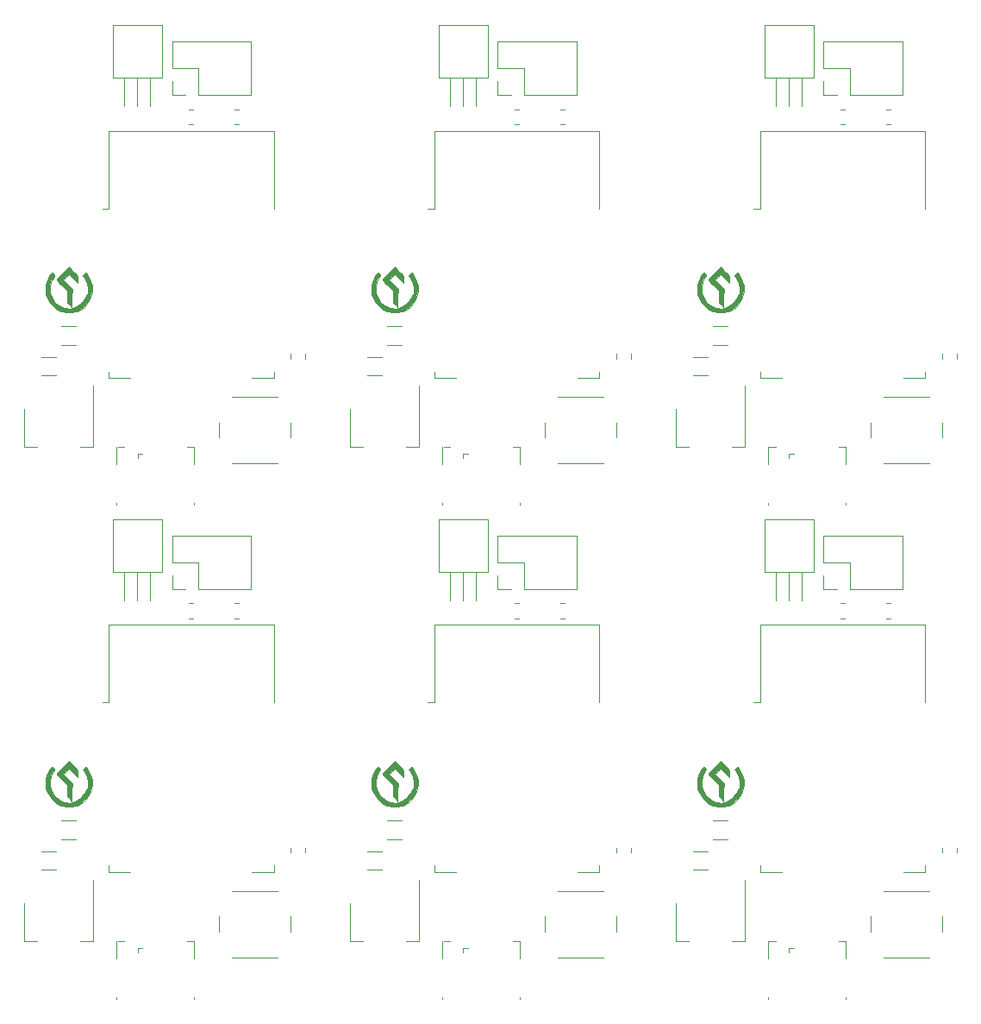
<source format=gbr>
G04 #@! TF.GenerationSoftware,KiCad,Pcbnew,(5.1.9)-1*
G04 #@! TF.CreationDate,2021-03-20T12:11:52+01:00*
G04 #@! TF.ProjectId,IM350,494d3335-302e-46b6-9963-61645f706362,rev?*
G04 #@! TF.SameCoordinates,Original*
G04 #@! TF.FileFunction,Legend,Top*
G04 #@! TF.FilePolarity,Positive*
%FSLAX46Y46*%
G04 Gerber Fmt 4.6, Leading zero omitted, Abs format (unit mm)*
G04 Created by KiCad (PCBNEW (5.1.9)-1) date 2021-03-20 12:11:52*
%MOMM*%
%LPD*%
G01*
G04 APERTURE LIST*
%ADD10C,0.120000*%
%ADD11C,0.010000*%
G04 APERTURE END LIST*
D10*
X76370000Y-45330000D02*
X76370000Y-40130000D01*
X71230000Y-45330000D02*
X76370000Y-45330000D01*
X68630000Y-40130000D02*
X76370000Y-40130000D01*
X71230000Y-45330000D02*
X71230000Y-42730000D01*
X71230000Y-42730000D02*
X68630000Y-42730000D01*
X68630000Y-42730000D02*
X68630000Y-40130000D01*
X69960000Y-45330000D02*
X68630000Y-45330000D01*
X68630000Y-45330000D02*
X68630000Y-44000000D01*
X76370000Y-93830000D02*
X76370000Y-88630000D01*
X71230000Y-93830000D02*
X76370000Y-93830000D01*
X68630000Y-88630000D02*
X76370000Y-88630000D01*
X71230000Y-93830000D02*
X71230000Y-91230000D01*
X71230000Y-91230000D02*
X68630000Y-91230000D01*
X68630000Y-91230000D02*
X68630000Y-88630000D01*
X69960000Y-93830000D02*
X68630000Y-93830000D01*
X68630000Y-93830000D02*
X68630000Y-92500000D01*
X108370000Y-93830000D02*
X108370000Y-88630000D01*
X103230000Y-93830000D02*
X108370000Y-93830000D01*
X100630000Y-88630000D02*
X108370000Y-88630000D01*
X103230000Y-93830000D02*
X103230000Y-91230000D01*
X103230000Y-91230000D02*
X100630000Y-91230000D01*
X100630000Y-91230000D02*
X100630000Y-88630000D01*
X101960000Y-93830000D02*
X100630000Y-93830000D01*
X100630000Y-93830000D02*
X100630000Y-92500000D01*
X108370000Y-45330000D02*
X108370000Y-40130000D01*
X103230000Y-45330000D02*
X108370000Y-45330000D01*
X100630000Y-40130000D02*
X108370000Y-40130000D01*
X103230000Y-45330000D02*
X103230000Y-42730000D01*
X103230000Y-42730000D02*
X100630000Y-42730000D01*
X100630000Y-42730000D02*
X100630000Y-40130000D01*
X101960000Y-45330000D02*
X100630000Y-45330000D01*
X100630000Y-45330000D02*
X100630000Y-44000000D01*
X140370000Y-45330000D02*
X140370000Y-40130000D01*
X135230000Y-45330000D02*
X140370000Y-45330000D01*
X132630000Y-40130000D02*
X140370000Y-40130000D01*
X135230000Y-45330000D02*
X135230000Y-42730000D01*
X135230000Y-42730000D02*
X132630000Y-42730000D01*
X132630000Y-42730000D02*
X132630000Y-40130000D01*
X133960000Y-45330000D02*
X132630000Y-45330000D01*
X132630000Y-45330000D02*
X132630000Y-44000000D01*
X140370000Y-93830000D02*
X140370000Y-88630000D01*
X135230000Y-93830000D02*
X140370000Y-93830000D01*
X132630000Y-88630000D02*
X140370000Y-88630000D01*
X135230000Y-93830000D02*
X135230000Y-91230000D01*
X135230000Y-91230000D02*
X132630000Y-91230000D01*
X132630000Y-91230000D02*
X132630000Y-88630000D01*
X133960000Y-93830000D02*
X132630000Y-93830000D01*
X132630000Y-93830000D02*
X132630000Y-92500000D01*
X123211252Y-69910000D02*
X121788748Y-69910000D01*
X123211252Y-68090000D02*
X121788748Y-68090000D01*
X121211252Y-72910000D02*
X119788748Y-72910000D01*
X121211252Y-71090000D02*
X119788748Y-71090000D01*
X145735000Y-119727064D02*
X145735000Y-119272936D01*
X144265000Y-119727064D02*
X144265000Y-119272936D01*
X134727064Y-95265000D02*
X134272936Y-95265000D01*
X134727064Y-96735000D02*
X134272936Y-96735000D01*
X139227064Y-95265000D02*
X138772936Y-95265000D01*
X139227064Y-96735000D02*
X138772936Y-96735000D01*
D11*
G36*
X122936196Y-111174013D02*
G01*
X123160220Y-111403331D01*
X123291224Y-111570323D01*
X123353769Y-111719324D01*
X123372417Y-111894669D01*
X123373125Y-111962702D01*
X123373125Y-112319889D01*
X122937360Y-111889538D01*
X122501596Y-111459186D01*
X122221989Y-111730191D01*
X121942383Y-112001196D01*
X122822975Y-112891074D01*
X122800394Y-113784464D01*
X122777812Y-114677854D01*
X122559531Y-114449740D01*
X122442035Y-114309741D01*
X122376152Y-114164760D01*
X122347390Y-113962900D01*
X122341250Y-113668051D01*
X122341250Y-113114476D01*
X121825312Y-112603125D01*
X121597954Y-112369174D01*
X121421741Y-112171455D01*
X121322306Y-112039529D01*
X121309375Y-112008118D01*
X121362618Y-111920739D01*
X121506516Y-111750222D01*
X121717326Y-111523493D01*
X121904321Y-111333488D01*
X122499268Y-110742513D01*
X122936196Y-111174013D01*
G37*
X122936196Y-111174013D02*
X123160220Y-111403331D01*
X123291224Y-111570323D01*
X123353769Y-111719324D01*
X123372417Y-111894669D01*
X123373125Y-111962702D01*
X123373125Y-112319889D01*
X122937360Y-111889538D01*
X122501596Y-111459186D01*
X122221989Y-111730191D01*
X121942383Y-112001196D01*
X122822975Y-112891074D01*
X122800394Y-113784464D01*
X122777812Y-114677854D01*
X122559531Y-114449740D01*
X122442035Y-114309741D01*
X122376152Y-114164760D01*
X122347390Y-113962900D01*
X122341250Y-113668051D01*
X122341250Y-113114476D01*
X121825312Y-112603125D01*
X121597954Y-112369174D01*
X121421741Y-112171455D01*
X121322306Y-112039529D01*
X121309375Y-112008118D01*
X121362618Y-111920739D01*
X121506516Y-111750222D01*
X121717326Y-111523493D01*
X121904321Y-111333488D01*
X122499268Y-110742513D01*
X122936196Y-111174013D01*
G36*
X120993314Y-111374117D02*
G01*
X120996666Y-111377148D01*
X121101276Y-111494777D01*
X121087044Y-111599718D01*
X121030272Y-111683626D01*
X120746130Y-112184288D01*
X120613038Y-112699670D01*
X120629888Y-113211618D01*
X120795571Y-113701978D01*
X121108979Y-114152595D01*
X121185918Y-114233002D01*
X121635502Y-114586300D01*
X122110838Y-114785985D01*
X122597619Y-114832058D01*
X123081538Y-114724518D01*
X123548286Y-114463366D01*
X123814081Y-114233002D01*
X124155709Y-113792086D01*
X124349824Y-113307945D01*
X124395319Y-112798732D01*
X124291085Y-112282601D01*
X124036013Y-111777707D01*
X123969727Y-111683626D01*
X123892661Y-111550060D01*
X123929417Y-111449592D01*
X124003333Y-111377148D01*
X124095643Y-111305108D01*
X124169653Y-111306372D01*
X124258787Y-111401304D01*
X124396469Y-111610272D01*
X124403109Y-111620739D01*
X124654504Y-112105894D01*
X124775576Y-112587027D01*
X124781585Y-113121397D01*
X124659228Y-113698000D01*
X124396881Y-114216996D01*
X124009151Y-114656847D01*
X123510647Y-114996013D01*
X123509923Y-114996385D01*
X123157971Y-115119791D01*
X122726438Y-115189529D01*
X122281015Y-115201228D01*
X121887393Y-115150515D01*
X121761652Y-115112708D01*
X121222436Y-114834626D01*
X120782005Y-114449179D01*
X120455383Y-113977102D01*
X120257593Y-113439127D01*
X120202051Y-112960312D01*
X120239783Y-112469530D01*
X120374933Y-112030029D01*
X120597854Y-111619219D01*
X120737716Y-111406070D01*
X120827885Y-111307742D01*
X120901904Y-111303878D01*
X120993314Y-111374117D01*
G37*
X120993314Y-111374117D02*
X120996666Y-111377148D01*
X121101276Y-111494777D01*
X121087044Y-111599718D01*
X121030272Y-111683626D01*
X120746130Y-112184288D01*
X120613038Y-112699670D01*
X120629888Y-113211618D01*
X120795571Y-113701978D01*
X121108979Y-114152595D01*
X121185918Y-114233002D01*
X121635502Y-114586300D01*
X122110838Y-114785985D01*
X122597619Y-114832058D01*
X123081538Y-114724518D01*
X123548286Y-114463366D01*
X123814081Y-114233002D01*
X124155709Y-113792086D01*
X124349824Y-113307945D01*
X124395319Y-112798732D01*
X124291085Y-112282601D01*
X124036013Y-111777707D01*
X123969727Y-111683626D01*
X123892661Y-111550060D01*
X123929417Y-111449592D01*
X124003333Y-111377148D01*
X124095643Y-111305108D01*
X124169653Y-111306372D01*
X124258787Y-111401304D01*
X124396469Y-111610272D01*
X124403109Y-111620739D01*
X124654504Y-112105894D01*
X124775576Y-112587027D01*
X124781585Y-113121397D01*
X124659228Y-113698000D01*
X124396881Y-114216996D01*
X124009151Y-114656847D01*
X123510647Y-114996013D01*
X123509923Y-114996385D01*
X123157971Y-115119791D01*
X122726438Y-115189529D01*
X122281015Y-115201228D01*
X121887393Y-115150515D01*
X121761652Y-115112708D01*
X121222436Y-114834626D01*
X120782005Y-114449179D01*
X120455383Y-113977102D01*
X120257593Y-113439127D01*
X120202051Y-112960312D01*
X120239783Y-112469530D01*
X120374933Y-112030029D01*
X120597854Y-111619219D01*
X120737716Y-111406070D01*
X120827885Y-111307742D01*
X120901904Y-111303878D01*
X120993314Y-111374117D01*
D10*
X144250000Y-127500000D02*
X144250000Y-126000000D01*
X143000000Y-123500000D02*
X138500000Y-123500000D01*
X137250000Y-126000000D02*
X137250000Y-127500000D01*
X138500000Y-130000000D02*
X143000000Y-130000000D01*
X130500000Y-46480000D02*
X130500000Y-43690000D01*
X129230000Y-46480000D02*
X129230000Y-43690000D01*
X127960000Y-46480000D02*
X127960000Y-43690000D01*
X131630000Y-43690000D02*
X126830000Y-43690000D01*
X126830000Y-43690000D02*
X126830000Y-38500000D01*
X126830000Y-38500000D02*
X131630000Y-38500000D01*
X131630000Y-38500000D02*
X131630000Y-43690000D01*
X129240000Y-80590000D02*
X129240000Y-80980000D01*
X129240000Y-80590000D02*
X129690000Y-80590000D01*
X134775000Y-79900000D02*
X134125000Y-79900000D01*
X134810000Y-81630000D02*
X134810000Y-79900000D01*
X127190000Y-85590000D02*
X127190000Y-85380000D01*
X134810000Y-85590000D02*
X134810000Y-85380000D01*
X127190000Y-81630000D02*
X127190000Y-79900000D01*
X127300000Y-79900000D02*
X127960000Y-79900000D01*
X124910000Y-122400000D02*
X124910000Y-128410000D01*
X118090000Y-124650000D02*
X118090000Y-128410000D01*
X124910000Y-128410000D02*
X123650000Y-128410000D01*
X118090000Y-128410000D02*
X119350000Y-128410000D01*
X123211252Y-116590000D02*
X121788748Y-116590000D01*
X123211252Y-118410000D02*
X121788748Y-118410000D01*
X127300000Y-128400000D02*
X127960000Y-128400000D01*
X127190000Y-130130000D02*
X127190000Y-128400000D01*
X134810000Y-134090000D02*
X134810000Y-133880000D01*
X127190000Y-134090000D02*
X127190000Y-133880000D01*
X134810000Y-130130000D02*
X134810000Y-128400000D01*
X134775000Y-128400000D02*
X134125000Y-128400000D01*
X129240000Y-129090000D02*
X129690000Y-129090000D01*
X129240000Y-129090000D02*
X129240000Y-129480000D01*
X131630000Y-87000000D02*
X131630000Y-92190000D01*
X126830000Y-87000000D02*
X131630000Y-87000000D01*
X126830000Y-92190000D02*
X126830000Y-87000000D01*
X131630000Y-92190000D02*
X126830000Y-92190000D01*
X127960000Y-94980000D02*
X127960000Y-92190000D01*
X129230000Y-94980000D02*
X129230000Y-92190000D01*
X130500000Y-94980000D02*
X130500000Y-92190000D01*
X134727064Y-48235000D02*
X134272936Y-48235000D01*
X134727064Y-46765000D02*
X134272936Y-46765000D01*
X121211252Y-119590000D02*
X119788748Y-119590000D01*
X121211252Y-121410000D02*
X119788748Y-121410000D01*
X144265000Y-71227064D02*
X144265000Y-70772936D01*
X145735000Y-71227064D02*
X145735000Y-70772936D01*
X118090000Y-79910000D02*
X119350000Y-79910000D01*
X124910000Y-79910000D02*
X123650000Y-79910000D01*
X118090000Y-76150000D02*
X118090000Y-79910000D01*
X124910000Y-73900000D02*
X124910000Y-79910000D01*
X126380000Y-48880000D02*
X142620000Y-48880000D01*
X142620000Y-48880000D02*
X142620000Y-56500000D01*
X142620000Y-72500000D02*
X142620000Y-73120000D01*
X142620000Y-73120000D02*
X140500000Y-73120000D01*
X128500000Y-73120000D02*
X126380000Y-73120000D01*
X126380000Y-73120000D02*
X126380000Y-72500000D01*
X126380000Y-56500000D02*
X126380000Y-48880000D01*
X126380000Y-56500000D02*
X125770000Y-56500000D01*
D11*
G36*
X120993314Y-62874117D02*
G01*
X120996666Y-62877148D01*
X121101276Y-62994777D01*
X121087044Y-63099718D01*
X121030272Y-63183626D01*
X120746130Y-63684288D01*
X120613038Y-64199670D01*
X120629888Y-64711618D01*
X120795571Y-65201978D01*
X121108979Y-65652595D01*
X121185918Y-65733002D01*
X121635502Y-66086300D01*
X122110838Y-66285985D01*
X122597619Y-66332058D01*
X123081538Y-66224518D01*
X123548286Y-65963366D01*
X123814081Y-65733002D01*
X124155709Y-65292086D01*
X124349824Y-64807945D01*
X124395319Y-64298732D01*
X124291085Y-63782601D01*
X124036013Y-63277707D01*
X123969727Y-63183626D01*
X123892661Y-63050060D01*
X123929417Y-62949592D01*
X124003333Y-62877148D01*
X124095643Y-62805108D01*
X124169653Y-62806372D01*
X124258787Y-62901304D01*
X124396469Y-63110272D01*
X124403109Y-63120739D01*
X124654504Y-63605894D01*
X124775576Y-64087027D01*
X124781585Y-64621397D01*
X124659228Y-65198000D01*
X124396881Y-65716996D01*
X124009151Y-66156847D01*
X123510647Y-66496013D01*
X123509923Y-66496385D01*
X123157971Y-66619791D01*
X122726438Y-66689529D01*
X122281015Y-66701228D01*
X121887393Y-66650515D01*
X121761652Y-66612708D01*
X121222436Y-66334626D01*
X120782005Y-65949179D01*
X120455383Y-65477102D01*
X120257593Y-64939127D01*
X120202051Y-64460312D01*
X120239783Y-63969530D01*
X120374933Y-63530029D01*
X120597854Y-63119219D01*
X120737716Y-62906070D01*
X120827885Y-62807742D01*
X120901904Y-62803878D01*
X120993314Y-62874117D01*
G37*
X120993314Y-62874117D02*
X120996666Y-62877148D01*
X121101276Y-62994777D01*
X121087044Y-63099718D01*
X121030272Y-63183626D01*
X120746130Y-63684288D01*
X120613038Y-64199670D01*
X120629888Y-64711618D01*
X120795571Y-65201978D01*
X121108979Y-65652595D01*
X121185918Y-65733002D01*
X121635502Y-66086300D01*
X122110838Y-66285985D01*
X122597619Y-66332058D01*
X123081538Y-66224518D01*
X123548286Y-65963366D01*
X123814081Y-65733002D01*
X124155709Y-65292086D01*
X124349824Y-64807945D01*
X124395319Y-64298732D01*
X124291085Y-63782601D01*
X124036013Y-63277707D01*
X123969727Y-63183626D01*
X123892661Y-63050060D01*
X123929417Y-62949592D01*
X124003333Y-62877148D01*
X124095643Y-62805108D01*
X124169653Y-62806372D01*
X124258787Y-62901304D01*
X124396469Y-63110272D01*
X124403109Y-63120739D01*
X124654504Y-63605894D01*
X124775576Y-64087027D01*
X124781585Y-64621397D01*
X124659228Y-65198000D01*
X124396881Y-65716996D01*
X124009151Y-66156847D01*
X123510647Y-66496013D01*
X123509923Y-66496385D01*
X123157971Y-66619791D01*
X122726438Y-66689529D01*
X122281015Y-66701228D01*
X121887393Y-66650515D01*
X121761652Y-66612708D01*
X121222436Y-66334626D01*
X120782005Y-65949179D01*
X120455383Y-65477102D01*
X120257593Y-64939127D01*
X120202051Y-64460312D01*
X120239783Y-63969530D01*
X120374933Y-63530029D01*
X120597854Y-63119219D01*
X120737716Y-62906070D01*
X120827885Y-62807742D01*
X120901904Y-62803878D01*
X120993314Y-62874117D01*
G36*
X122936196Y-62674013D02*
G01*
X123160220Y-62903331D01*
X123291224Y-63070323D01*
X123353769Y-63219324D01*
X123372417Y-63394669D01*
X123373125Y-63462702D01*
X123373125Y-63819889D01*
X122937360Y-63389538D01*
X122501596Y-62959186D01*
X122221989Y-63230191D01*
X121942383Y-63501196D01*
X122822975Y-64391074D01*
X122800394Y-65284464D01*
X122777812Y-66177854D01*
X122559531Y-65949740D01*
X122442035Y-65809741D01*
X122376152Y-65664760D01*
X122347390Y-65462900D01*
X122341250Y-65168051D01*
X122341250Y-64614476D01*
X121825312Y-64103125D01*
X121597954Y-63869174D01*
X121421741Y-63671455D01*
X121322306Y-63539529D01*
X121309375Y-63508118D01*
X121362618Y-63420739D01*
X121506516Y-63250222D01*
X121717326Y-63023493D01*
X121904321Y-62833488D01*
X122499268Y-62242513D01*
X122936196Y-62674013D01*
G37*
X122936196Y-62674013D02*
X123160220Y-62903331D01*
X123291224Y-63070323D01*
X123353769Y-63219324D01*
X123372417Y-63394669D01*
X123373125Y-63462702D01*
X123373125Y-63819889D01*
X122937360Y-63389538D01*
X122501596Y-62959186D01*
X122221989Y-63230191D01*
X121942383Y-63501196D01*
X122822975Y-64391074D01*
X122800394Y-65284464D01*
X122777812Y-66177854D01*
X122559531Y-65949740D01*
X122442035Y-65809741D01*
X122376152Y-65664760D01*
X122347390Y-65462900D01*
X122341250Y-65168051D01*
X122341250Y-64614476D01*
X121825312Y-64103125D01*
X121597954Y-63869174D01*
X121421741Y-63671455D01*
X121322306Y-63539529D01*
X121309375Y-63508118D01*
X121362618Y-63420739D01*
X121506516Y-63250222D01*
X121717326Y-63023493D01*
X121904321Y-62833488D01*
X122499268Y-62242513D01*
X122936196Y-62674013D01*
D10*
X138500000Y-81500000D02*
X143000000Y-81500000D01*
X137250000Y-77500000D02*
X137250000Y-79000000D01*
X143000000Y-75000000D02*
X138500000Y-75000000D01*
X144250000Y-79000000D02*
X144250000Y-77500000D01*
X126380000Y-105000000D02*
X125770000Y-105000000D01*
X126380000Y-105000000D02*
X126380000Y-97380000D01*
X126380000Y-121620000D02*
X126380000Y-121000000D01*
X128500000Y-121620000D02*
X126380000Y-121620000D01*
X142620000Y-121620000D02*
X140500000Y-121620000D01*
X142620000Y-121000000D02*
X142620000Y-121620000D01*
X142620000Y-97380000D02*
X142620000Y-105000000D01*
X126380000Y-97380000D02*
X142620000Y-97380000D01*
X139227064Y-48235000D02*
X138772936Y-48235000D01*
X139227064Y-46765000D02*
X138772936Y-46765000D01*
X91211252Y-68090000D02*
X89788748Y-68090000D01*
X91211252Y-69910000D02*
X89788748Y-69910000D01*
X89211252Y-71090000D02*
X87788748Y-71090000D01*
X89211252Y-72910000D02*
X87788748Y-72910000D01*
X112265000Y-119727064D02*
X112265000Y-119272936D01*
X113735000Y-119727064D02*
X113735000Y-119272936D01*
X102727064Y-96735000D02*
X102272936Y-96735000D01*
X102727064Y-95265000D02*
X102272936Y-95265000D01*
X107227064Y-96735000D02*
X106772936Y-96735000D01*
X107227064Y-95265000D02*
X106772936Y-95265000D01*
D11*
G36*
X88993314Y-111374117D02*
G01*
X88996666Y-111377148D01*
X89101276Y-111494777D01*
X89087044Y-111599718D01*
X89030272Y-111683626D01*
X88746130Y-112184288D01*
X88613038Y-112699670D01*
X88629888Y-113211618D01*
X88795571Y-113701978D01*
X89108979Y-114152595D01*
X89185918Y-114233002D01*
X89635502Y-114586300D01*
X90110838Y-114785985D01*
X90597619Y-114832058D01*
X91081538Y-114724518D01*
X91548286Y-114463366D01*
X91814081Y-114233002D01*
X92155709Y-113792086D01*
X92349824Y-113307945D01*
X92395319Y-112798732D01*
X92291085Y-112282601D01*
X92036013Y-111777707D01*
X91969727Y-111683626D01*
X91892661Y-111550060D01*
X91929417Y-111449592D01*
X92003333Y-111377148D01*
X92095643Y-111305108D01*
X92169653Y-111306372D01*
X92258787Y-111401304D01*
X92396469Y-111610272D01*
X92403109Y-111620739D01*
X92654504Y-112105894D01*
X92775576Y-112587027D01*
X92781585Y-113121397D01*
X92659228Y-113698000D01*
X92396881Y-114216996D01*
X92009151Y-114656847D01*
X91510647Y-114996013D01*
X91509923Y-114996385D01*
X91157971Y-115119791D01*
X90726438Y-115189529D01*
X90281015Y-115201228D01*
X89887393Y-115150515D01*
X89761652Y-115112708D01*
X89222436Y-114834626D01*
X88782005Y-114449179D01*
X88455383Y-113977102D01*
X88257593Y-113439127D01*
X88202051Y-112960312D01*
X88239783Y-112469530D01*
X88374933Y-112030029D01*
X88597854Y-111619219D01*
X88737716Y-111406070D01*
X88827885Y-111307742D01*
X88901904Y-111303878D01*
X88993314Y-111374117D01*
G37*
X88993314Y-111374117D02*
X88996666Y-111377148D01*
X89101276Y-111494777D01*
X89087044Y-111599718D01*
X89030272Y-111683626D01*
X88746130Y-112184288D01*
X88613038Y-112699670D01*
X88629888Y-113211618D01*
X88795571Y-113701978D01*
X89108979Y-114152595D01*
X89185918Y-114233002D01*
X89635502Y-114586300D01*
X90110838Y-114785985D01*
X90597619Y-114832058D01*
X91081538Y-114724518D01*
X91548286Y-114463366D01*
X91814081Y-114233002D01*
X92155709Y-113792086D01*
X92349824Y-113307945D01*
X92395319Y-112798732D01*
X92291085Y-112282601D01*
X92036013Y-111777707D01*
X91969727Y-111683626D01*
X91892661Y-111550060D01*
X91929417Y-111449592D01*
X92003333Y-111377148D01*
X92095643Y-111305108D01*
X92169653Y-111306372D01*
X92258787Y-111401304D01*
X92396469Y-111610272D01*
X92403109Y-111620739D01*
X92654504Y-112105894D01*
X92775576Y-112587027D01*
X92781585Y-113121397D01*
X92659228Y-113698000D01*
X92396881Y-114216996D01*
X92009151Y-114656847D01*
X91510647Y-114996013D01*
X91509923Y-114996385D01*
X91157971Y-115119791D01*
X90726438Y-115189529D01*
X90281015Y-115201228D01*
X89887393Y-115150515D01*
X89761652Y-115112708D01*
X89222436Y-114834626D01*
X88782005Y-114449179D01*
X88455383Y-113977102D01*
X88257593Y-113439127D01*
X88202051Y-112960312D01*
X88239783Y-112469530D01*
X88374933Y-112030029D01*
X88597854Y-111619219D01*
X88737716Y-111406070D01*
X88827885Y-111307742D01*
X88901904Y-111303878D01*
X88993314Y-111374117D01*
G36*
X90936196Y-111174013D02*
G01*
X91160220Y-111403331D01*
X91291224Y-111570323D01*
X91353769Y-111719324D01*
X91372417Y-111894669D01*
X91373125Y-111962702D01*
X91373125Y-112319889D01*
X90937360Y-111889538D01*
X90501596Y-111459186D01*
X90221989Y-111730191D01*
X89942383Y-112001196D01*
X90822975Y-112891074D01*
X90800394Y-113784464D01*
X90777812Y-114677854D01*
X90559531Y-114449740D01*
X90442035Y-114309741D01*
X90376152Y-114164760D01*
X90347390Y-113962900D01*
X90341250Y-113668051D01*
X90341250Y-113114476D01*
X89825312Y-112603125D01*
X89597954Y-112369174D01*
X89421741Y-112171455D01*
X89322306Y-112039529D01*
X89309375Y-112008118D01*
X89362618Y-111920739D01*
X89506516Y-111750222D01*
X89717326Y-111523493D01*
X89904321Y-111333488D01*
X90499268Y-110742513D01*
X90936196Y-111174013D01*
G37*
X90936196Y-111174013D02*
X91160220Y-111403331D01*
X91291224Y-111570323D01*
X91353769Y-111719324D01*
X91372417Y-111894669D01*
X91373125Y-111962702D01*
X91373125Y-112319889D01*
X90937360Y-111889538D01*
X90501596Y-111459186D01*
X90221989Y-111730191D01*
X89942383Y-112001196D01*
X90822975Y-112891074D01*
X90800394Y-113784464D01*
X90777812Y-114677854D01*
X90559531Y-114449740D01*
X90442035Y-114309741D01*
X90376152Y-114164760D01*
X90347390Y-113962900D01*
X90341250Y-113668051D01*
X90341250Y-113114476D01*
X89825312Y-112603125D01*
X89597954Y-112369174D01*
X89421741Y-112171455D01*
X89322306Y-112039529D01*
X89309375Y-112008118D01*
X89362618Y-111920739D01*
X89506516Y-111750222D01*
X89717326Y-111523493D01*
X89904321Y-111333488D01*
X90499268Y-110742513D01*
X90936196Y-111174013D01*
D10*
X106500000Y-130000000D02*
X111000000Y-130000000D01*
X105250000Y-126000000D02*
X105250000Y-127500000D01*
X111000000Y-123500000D02*
X106500000Y-123500000D01*
X112250000Y-127500000D02*
X112250000Y-126000000D01*
X99630000Y-38500000D02*
X99630000Y-43690000D01*
X94830000Y-38500000D02*
X99630000Y-38500000D01*
X94830000Y-43690000D02*
X94830000Y-38500000D01*
X99630000Y-43690000D02*
X94830000Y-43690000D01*
X95960000Y-46480000D02*
X95960000Y-43690000D01*
X97230000Y-46480000D02*
X97230000Y-43690000D01*
X98500000Y-46480000D02*
X98500000Y-43690000D01*
X95300000Y-79900000D02*
X95960000Y-79900000D01*
X95190000Y-81630000D02*
X95190000Y-79900000D01*
X102810000Y-85590000D02*
X102810000Y-85380000D01*
X95190000Y-85590000D02*
X95190000Y-85380000D01*
X102810000Y-81630000D02*
X102810000Y-79900000D01*
X102775000Y-79900000D02*
X102125000Y-79900000D01*
X97240000Y-80590000D02*
X97690000Y-80590000D01*
X97240000Y-80590000D02*
X97240000Y-80980000D01*
X86090000Y-128410000D02*
X87350000Y-128410000D01*
X92910000Y-128410000D02*
X91650000Y-128410000D01*
X86090000Y-124650000D02*
X86090000Y-128410000D01*
X92910000Y-122400000D02*
X92910000Y-128410000D01*
X94380000Y-97380000D02*
X110620000Y-97380000D01*
X110620000Y-97380000D02*
X110620000Y-105000000D01*
X110620000Y-121000000D02*
X110620000Y-121620000D01*
X110620000Y-121620000D02*
X108500000Y-121620000D01*
X96500000Y-121620000D02*
X94380000Y-121620000D01*
X94380000Y-121620000D02*
X94380000Y-121000000D01*
X94380000Y-105000000D02*
X94380000Y-97380000D01*
X94380000Y-105000000D02*
X93770000Y-105000000D01*
X91211252Y-118410000D02*
X89788748Y-118410000D01*
X91211252Y-116590000D02*
X89788748Y-116590000D01*
X98500000Y-94980000D02*
X98500000Y-92190000D01*
X97230000Y-94980000D02*
X97230000Y-92190000D01*
X95960000Y-94980000D02*
X95960000Y-92190000D01*
X99630000Y-92190000D02*
X94830000Y-92190000D01*
X94830000Y-92190000D02*
X94830000Y-87000000D01*
X94830000Y-87000000D02*
X99630000Y-87000000D01*
X99630000Y-87000000D02*
X99630000Y-92190000D01*
X97240000Y-129090000D02*
X97240000Y-129480000D01*
X97240000Y-129090000D02*
X97690000Y-129090000D01*
X102775000Y-128400000D02*
X102125000Y-128400000D01*
X102810000Y-130130000D02*
X102810000Y-128400000D01*
X95190000Y-134090000D02*
X95190000Y-133880000D01*
X102810000Y-134090000D02*
X102810000Y-133880000D01*
X95190000Y-130130000D02*
X95190000Y-128400000D01*
X95300000Y-128400000D02*
X95960000Y-128400000D01*
X89211252Y-121410000D02*
X87788748Y-121410000D01*
X89211252Y-119590000D02*
X87788748Y-119590000D01*
X113735000Y-71227064D02*
X113735000Y-70772936D01*
X112265000Y-71227064D02*
X112265000Y-70772936D01*
X102727064Y-46765000D02*
X102272936Y-46765000D01*
X102727064Y-48235000D02*
X102272936Y-48235000D01*
X107227064Y-46765000D02*
X106772936Y-46765000D01*
X107227064Y-48235000D02*
X106772936Y-48235000D01*
X92910000Y-73900000D02*
X92910000Y-79910000D01*
X86090000Y-76150000D02*
X86090000Y-79910000D01*
X92910000Y-79910000D02*
X91650000Y-79910000D01*
X86090000Y-79910000D02*
X87350000Y-79910000D01*
X94380000Y-56500000D02*
X93770000Y-56500000D01*
X94380000Y-56500000D02*
X94380000Y-48880000D01*
X94380000Y-73120000D02*
X94380000Y-72500000D01*
X96500000Y-73120000D02*
X94380000Y-73120000D01*
X110620000Y-73120000D02*
X108500000Y-73120000D01*
X110620000Y-72500000D02*
X110620000Y-73120000D01*
X110620000Y-48880000D02*
X110620000Y-56500000D01*
X94380000Y-48880000D02*
X110620000Y-48880000D01*
D11*
G36*
X90936196Y-62674013D02*
G01*
X91160220Y-62903331D01*
X91291224Y-63070323D01*
X91353769Y-63219324D01*
X91372417Y-63394669D01*
X91373125Y-63462702D01*
X91373125Y-63819889D01*
X90937360Y-63389538D01*
X90501596Y-62959186D01*
X90221989Y-63230191D01*
X89942383Y-63501196D01*
X90822975Y-64391074D01*
X90800394Y-65284464D01*
X90777812Y-66177854D01*
X90559531Y-65949740D01*
X90442035Y-65809741D01*
X90376152Y-65664760D01*
X90347390Y-65462900D01*
X90341250Y-65168051D01*
X90341250Y-64614476D01*
X89825312Y-64103125D01*
X89597954Y-63869174D01*
X89421741Y-63671455D01*
X89322306Y-63539529D01*
X89309375Y-63508118D01*
X89362618Y-63420739D01*
X89506516Y-63250222D01*
X89717326Y-63023493D01*
X89904321Y-62833488D01*
X90499268Y-62242513D01*
X90936196Y-62674013D01*
G37*
X90936196Y-62674013D02*
X91160220Y-62903331D01*
X91291224Y-63070323D01*
X91353769Y-63219324D01*
X91372417Y-63394669D01*
X91373125Y-63462702D01*
X91373125Y-63819889D01*
X90937360Y-63389538D01*
X90501596Y-62959186D01*
X90221989Y-63230191D01*
X89942383Y-63501196D01*
X90822975Y-64391074D01*
X90800394Y-65284464D01*
X90777812Y-66177854D01*
X90559531Y-65949740D01*
X90442035Y-65809741D01*
X90376152Y-65664760D01*
X90347390Y-65462900D01*
X90341250Y-65168051D01*
X90341250Y-64614476D01*
X89825312Y-64103125D01*
X89597954Y-63869174D01*
X89421741Y-63671455D01*
X89322306Y-63539529D01*
X89309375Y-63508118D01*
X89362618Y-63420739D01*
X89506516Y-63250222D01*
X89717326Y-63023493D01*
X89904321Y-62833488D01*
X90499268Y-62242513D01*
X90936196Y-62674013D01*
G36*
X88993314Y-62874117D02*
G01*
X88996666Y-62877148D01*
X89101276Y-62994777D01*
X89087044Y-63099718D01*
X89030272Y-63183626D01*
X88746130Y-63684288D01*
X88613038Y-64199670D01*
X88629888Y-64711618D01*
X88795571Y-65201978D01*
X89108979Y-65652595D01*
X89185918Y-65733002D01*
X89635502Y-66086300D01*
X90110838Y-66285985D01*
X90597619Y-66332058D01*
X91081538Y-66224518D01*
X91548286Y-65963366D01*
X91814081Y-65733002D01*
X92155709Y-65292086D01*
X92349824Y-64807945D01*
X92395319Y-64298732D01*
X92291085Y-63782601D01*
X92036013Y-63277707D01*
X91969727Y-63183626D01*
X91892661Y-63050060D01*
X91929417Y-62949592D01*
X92003333Y-62877148D01*
X92095643Y-62805108D01*
X92169653Y-62806372D01*
X92258787Y-62901304D01*
X92396469Y-63110272D01*
X92403109Y-63120739D01*
X92654504Y-63605894D01*
X92775576Y-64087027D01*
X92781585Y-64621397D01*
X92659228Y-65198000D01*
X92396881Y-65716996D01*
X92009151Y-66156847D01*
X91510647Y-66496013D01*
X91509923Y-66496385D01*
X91157971Y-66619791D01*
X90726438Y-66689529D01*
X90281015Y-66701228D01*
X89887393Y-66650515D01*
X89761652Y-66612708D01*
X89222436Y-66334626D01*
X88782005Y-65949179D01*
X88455383Y-65477102D01*
X88257593Y-64939127D01*
X88202051Y-64460312D01*
X88239783Y-63969530D01*
X88374933Y-63530029D01*
X88597854Y-63119219D01*
X88737716Y-62906070D01*
X88827885Y-62807742D01*
X88901904Y-62803878D01*
X88993314Y-62874117D01*
G37*
X88993314Y-62874117D02*
X88996666Y-62877148D01*
X89101276Y-62994777D01*
X89087044Y-63099718D01*
X89030272Y-63183626D01*
X88746130Y-63684288D01*
X88613038Y-64199670D01*
X88629888Y-64711618D01*
X88795571Y-65201978D01*
X89108979Y-65652595D01*
X89185918Y-65733002D01*
X89635502Y-66086300D01*
X90110838Y-66285985D01*
X90597619Y-66332058D01*
X91081538Y-66224518D01*
X91548286Y-65963366D01*
X91814081Y-65733002D01*
X92155709Y-65292086D01*
X92349824Y-64807945D01*
X92395319Y-64298732D01*
X92291085Y-63782601D01*
X92036013Y-63277707D01*
X91969727Y-63183626D01*
X91892661Y-63050060D01*
X91929417Y-62949592D01*
X92003333Y-62877148D01*
X92095643Y-62805108D01*
X92169653Y-62806372D01*
X92258787Y-62901304D01*
X92396469Y-63110272D01*
X92403109Y-63120739D01*
X92654504Y-63605894D01*
X92775576Y-64087027D01*
X92781585Y-64621397D01*
X92659228Y-65198000D01*
X92396881Y-65716996D01*
X92009151Y-66156847D01*
X91510647Y-66496013D01*
X91509923Y-66496385D01*
X91157971Y-66619791D01*
X90726438Y-66689529D01*
X90281015Y-66701228D01*
X89887393Y-66650515D01*
X89761652Y-66612708D01*
X89222436Y-66334626D01*
X88782005Y-65949179D01*
X88455383Y-65477102D01*
X88257593Y-64939127D01*
X88202051Y-64460312D01*
X88239783Y-63969530D01*
X88374933Y-63530029D01*
X88597854Y-63119219D01*
X88737716Y-62906070D01*
X88827885Y-62807742D01*
X88901904Y-62803878D01*
X88993314Y-62874117D01*
D10*
X112250000Y-79000000D02*
X112250000Y-77500000D01*
X111000000Y-75000000D02*
X106500000Y-75000000D01*
X105250000Y-77500000D02*
X105250000Y-79000000D01*
X106500000Y-81500000D02*
X111000000Y-81500000D01*
X59211252Y-116590000D02*
X57788748Y-116590000D01*
X59211252Y-118410000D02*
X57788748Y-118410000D01*
X57211252Y-119590000D02*
X55788748Y-119590000D01*
X57211252Y-121410000D02*
X55788748Y-121410000D01*
X67630000Y-87000000D02*
X67630000Y-92190000D01*
X62830000Y-87000000D02*
X67630000Y-87000000D01*
X62830000Y-92190000D02*
X62830000Y-87000000D01*
X67630000Y-92190000D02*
X62830000Y-92190000D01*
X63960000Y-94980000D02*
X63960000Y-92190000D01*
X65230000Y-94980000D02*
X65230000Y-92190000D01*
X66500000Y-94980000D02*
X66500000Y-92190000D01*
X63300000Y-128400000D02*
X63960000Y-128400000D01*
X63190000Y-130130000D02*
X63190000Y-128400000D01*
X70810000Y-134090000D02*
X70810000Y-133880000D01*
X63190000Y-134090000D02*
X63190000Y-133880000D01*
X70810000Y-130130000D02*
X70810000Y-128400000D01*
X70775000Y-128400000D02*
X70125000Y-128400000D01*
X65240000Y-129090000D02*
X65690000Y-129090000D01*
X65240000Y-129090000D02*
X65240000Y-129480000D01*
X81735000Y-119727064D02*
X81735000Y-119272936D01*
X80265000Y-119727064D02*
X80265000Y-119272936D01*
X70727064Y-95265000D02*
X70272936Y-95265000D01*
X70727064Y-96735000D02*
X70272936Y-96735000D01*
X75227064Y-95265000D02*
X74772936Y-95265000D01*
X75227064Y-96735000D02*
X74772936Y-96735000D01*
X60910000Y-122400000D02*
X60910000Y-128410000D01*
X54090000Y-124650000D02*
X54090000Y-128410000D01*
X60910000Y-128410000D02*
X59650000Y-128410000D01*
X54090000Y-128410000D02*
X55350000Y-128410000D01*
X62380000Y-105000000D02*
X61770000Y-105000000D01*
X62380000Y-105000000D02*
X62380000Y-97380000D01*
X62380000Y-121620000D02*
X62380000Y-121000000D01*
X64500000Y-121620000D02*
X62380000Y-121620000D01*
X78620000Y-121620000D02*
X76500000Y-121620000D01*
X78620000Y-121000000D02*
X78620000Y-121620000D01*
X78620000Y-97380000D02*
X78620000Y-105000000D01*
X62380000Y-97380000D02*
X78620000Y-97380000D01*
D11*
G36*
X58936196Y-111174013D02*
G01*
X59160220Y-111403331D01*
X59291224Y-111570323D01*
X59353769Y-111719324D01*
X59372417Y-111894669D01*
X59373125Y-111962702D01*
X59373125Y-112319889D01*
X58937360Y-111889538D01*
X58501596Y-111459186D01*
X58221989Y-111730191D01*
X57942383Y-112001196D01*
X58822975Y-112891074D01*
X58800394Y-113784464D01*
X58777812Y-114677854D01*
X58559531Y-114449740D01*
X58442035Y-114309741D01*
X58376152Y-114164760D01*
X58347390Y-113962900D01*
X58341250Y-113668051D01*
X58341250Y-113114476D01*
X57825312Y-112603125D01*
X57597954Y-112369174D01*
X57421741Y-112171455D01*
X57322306Y-112039529D01*
X57309375Y-112008118D01*
X57362618Y-111920739D01*
X57506516Y-111750222D01*
X57717326Y-111523493D01*
X57904321Y-111333488D01*
X58499268Y-110742513D01*
X58936196Y-111174013D01*
G37*
X58936196Y-111174013D02*
X59160220Y-111403331D01*
X59291224Y-111570323D01*
X59353769Y-111719324D01*
X59372417Y-111894669D01*
X59373125Y-111962702D01*
X59373125Y-112319889D01*
X58937360Y-111889538D01*
X58501596Y-111459186D01*
X58221989Y-111730191D01*
X57942383Y-112001196D01*
X58822975Y-112891074D01*
X58800394Y-113784464D01*
X58777812Y-114677854D01*
X58559531Y-114449740D01*
X58442035Y-114309741D01*
X58376152Y-114164760D01*
X58347390Y-113962900D01*
X58341250Y-113668051D01*
X58341250Y-113114476D01*
X57825312Y-112603125D01*
X57597954Y-112369174D01*
X57421741Y-112171455D01*
X57322306Y-112039529D01*
X57309375Y-112008118D01*
X57362618Y-111920739D01*
X57506516Y-111750222D01*
X57717326Y-111523493D01*
X57904321Y-111333488D01*
X58499268Y-110742513D01*
X58936196Y-111174013D01*
G36*
X56993314Y-111374117D02*
G01*
X56996666Y-111377148D01*
X57101276Y-111494777D01*
X57087044Y-111599718D01*
X57030272Y-111683626D01*
X56746130Y-112184288D01*
X56613038Y-112699670D01*
X56629888Y-113211618D01*
X56795571Y-113701978D01*
X57108979Y-114152595D01*
X57185918Y-114233002D01*
X57635502Y-114586300D01*
X58110838Y-114785985D01*
X58597619Y-114832058D01*
X59081538Y-114724518D01*
X59548286Y-114463366D01*
X59814081Y-114233002D01*
X60155709Y-113792086D01*
X60349824Y-113307945D01*
X60395319Y-112798732D01*
X60291085Y-112282601D01*
X60036013Y-111777707D01*
X59969727Y-111683626D01*
X59892661Y-111550060D01*
X59929417Y-111449592D01*
X60003333Y-111377148D01*
X60095643Y-111305108D01*
X60169653Y-111306372D01*
X60258787Y-111401304D01*
X60396469Y-111610272D01*
X60403109Y-111620739D01*
X60654504Y-112105894D01*
X60775576Y-112587027D01*
X60781585Y-113121397D01*
X60659228Y-113698000D01*
X60396881Y-114216996D01*
X60009151Y-114656847D01*
X59510647Y-114996013D01*
X59509923Y-114996385D01*
X59157971Y-115119791D01*
X58726438Y-115189529D01*
X58281015Y-115201228D01*
X57887393Y-115150515D01*
X57761652Y-115112708D01*
X57222436Y-114834626D01*
X56782005Y-114449179D01*
X56455383Y-113977102D01*
X56257593Y-113439127D01*
X56202051Y-112960312D01*
X56239783Y-112469530D01*
X56374933Y-112030029D01*
X56597854Y-111619219D01*
X56737716Y-111406070D01*
X56827885Y-111307742D01*
X56901904Y-111303878D01*
X56993314Y-111374117D01*
G37*
X56993314Y-111374117D02*
X56996666Y-111377148D01*
X57101276Y-111494777D01*
X57087044Y-111599718D01*
X57030272Y-111683626D01*
X56746130Y-112184288D01*
X56613038Y-112699670D01*
X56629888Y-113211618D01*
X56795571Y-113701978D01*
X57108979Y-114152595D01*
X57185918Y-114233002D01*
X57635502Y-114586300D01*
X58110838Y-114785985D01*
X58597619Y-114832058D01*
X59081538Y-114724518D01*
X59548286Y-114463366D01*
X59814081Y-114233002D01*
X60155709Y-113792086D01*
X60349824Y-113307945D01*
X60395319Y-112798732D01*
X60291085Y-112282601D01*
X60036013Y-111777707D01*
X59969727Y-111683626D01*
X59892661Y-111550060D01*
X59929417Y-111449592D01*
X60003333Y-111377148D01*
X60095643Y-111305108D01*
X60169653Y-111306372D01*
X60258787Y-111401304D01*
X60396469Y-111610272D01*
X60403109Y-111620739D01*
X60654504Y-112105894D01*
X60775576Y-112587027D01*
X60781585Y-113121397D01*
X60659228Y-113698000D01*
X60396881Y-114216996D01*
X60009151Y-114656847D01*
X59510647Y-114996013D01*
X59509923Y-114996385D01*
X59157971Y-115119791D01*
X58726438Y-115189529D01*
X58281015Y-115201228D01*
X57887393Y-115150515D01*
X57761652Y-115112708D01*
X57222436Y-114834626D01*
X56782005Y-114449179D01*
X56455383Y-113977102D01*
X56257593Y-113439127D01*
X56202051Y-112960312D01*
X56239783Y-112469530D01*
X56374933Y-112030029D01*
X56597854Y-111619219D01*
X56737716Y-111406070D01*
X56827885Y-111307742D01*
X56901904Y-111303878D01*
X56993314Y-111374117D01*
D10*
X80250000Y-127500000D02*
X80250000Y-126000000D01*
X79000000Y-123500000D02*
X74500000Y-123500000D01*
X73250000Y-126000000D02*
X73250000Y-127500000D01*
X74500000Y-130000000D02*
X79000000Y-130000000D01*
X66500000Y-46480000D02*
X66500000Y-43690000D01*
X65230000Y-46480000D02*
X65230000Y-43690000D01*
X63960000Y-46480000D02*
X63960000Y-43690000D01*
X67630000Y-43690000D02*
X62830000Y-43690000D01*
X62830000Y-43690000D02*
X62830000Y-38500000D01*
X62830000Y-38500000D02*
X67630000Y-38500000D01*
X67630000Y-38500000D02*
X67630000Y-43690000D01*
X59211252Y-69910000D02*
X57788748Y-69910000D01*
X59211252Y-68090000D02*
X57788748Y-68090000D01*
X57211252Y-72910000D02*
X55788748Y-72910000D01*
X57211252Y-71090000D02*
X55788748Y-71090000D01*
X65240000Y-80590000D02*
X65240000Y-80980000D01*
X65240000Y-80590000D02*
X65690000Y-80590000D01*
X70775000Y-79900000D02*
X70125000Y-79900000D01*
X70810000Y-81630000D02*
X70810000Y-79900000D01*
X63190000Y-85590000D02*
X63190000Y-85380000D01*
X70810000Y-85590000D02*
X70810000Y-85380000D01*
X63190000Y-81630000D02*
X63190000Y-79900000D01*
X63300000Y-79900000D02*
X63960000Y-79900000D01*
D11*
G36*
X56993314Y-62874117D02*
G01*
X56996666Y-62877148D01*
X57101276Y-62994777D01*
X57087044Y-63099718D01*
X57030272Y-63183626D01*
X56746130Y-63684288D01*
X56613038Y-64199670D01*
X56629888Y-64711618D01*
X56795571Y-65201978D01*
X57108979Y-65652595D01*
X57185918Y-65733002D01*
X57635502Y-66086300D01*
X58110838Y-66285985D01*
X58597619Y-66332058D01*
X59081538Y-66224518D01*
X59548286Y-65963366D01*
X59814081Y-65733002D01*
X60155709Y-65292086D01*
X60349824Y-64807945D01*
X60395319Y-64298732D01*
X60291085Y-63782601D01*
X60036013Y-63277707D01*
X59969727Y-63183626D01*
X59892661Y-63050060D01*
X59929417Y-62949592D01*
X60003333Y-62877148D01*
X60095643Y-62805108D01*
X60169653Y-62806372D01*
X60258787Y-62901304D01*
X60396469Y-63110272D01*
X60403109Y-63120739D01*
X60654504Y-63605894D01*
X60775576Y-64087027D01*
X60781585Y-64621397D01*
X60659228Y-65198000D01*
X60396881Y-65716996D01*
X60009151Y-66156847D01*
X59510647Y-66496013D01*
X59509923Y-66496385D01*
X59157971Y-66619791D01*
X58726438Y-66689529D01*
X58281015Y-66701228D01*
X57887393Y-66650515D01*
X57761652Y-66612708D01*
X57222436Y-66334626D01*
X56782005Y-65949179D01*
X56455383Y-65477102D01*
X56257593Y-64939127D01*
X56202051Y-64460312D01*
X56239783Y-63969530D01*
X56374933Y-63530029D01*
X56597854Y-63119219D01*
X56737716Y-62906070D01*
X56827885Y-62807742D01*
X56901904Y-62803878D01*
X56993314Y-62874117D01*
G37*
X56993314Y-62874117D02*
X56996666Y-62877148D01*
X57101276Y-62994777D01*
X57087044Y-63099718D01*
X57030272Y-63183626D01*
X56746130Y-63684288D01*
X56613038Y-64199670D01*
X56629888Y-64711618D01*
X56795571Y-65201978D01*
X57108979Y-65652595D01*
X57185918Y-65733002D01*
X57635502Y-66086300D01*
X58110838Y-66285985D01*
X58597619Y-66332058D01*
X59081538Y-66224518D01*
X59548286Y-65963366D01*
X59814081Y-65733002D01*
X60155709Y-65292086D01*
X60349824Y-64807945D01*
X60395319Y-64298732D01*
X60291085Y-63782601D01*
X60036013Y-63277707D01*
X59969727Y-63183626D01*
X59892661Y-63050060D01*
X59929417Y-62949592D01*
X60003333Y-62877148D01*
X60095643Y-62805108D01*
X60169653Y-62806372D01*
X60258787Y-62901304D01*
X60396469Y-63110272D01*
X60403109Y-63120739D01*
X60654504Y-63605894D01*
X60775576Y-64087027D01*
X60781585Y-64621397D01*
X60659228Y-65198000D01*
X60396881Y-65716996D01*
X60009151Y-66156847D01*
X59510647Y-66496013D01*
X59509923Y-66496385D01*
X59157971Y-66619791D01*
X58726438Y-66689529D01*
X58281015Y-66701228D01*
X57887393Y-66650515D01*
X57761652Y-66612708D01*
X57222436Y-66334626D01*
X56782005Y-65949179D01*
X56455383Y-65477102D01*
X56257593Y-64939127D01*
X56202051Y-64460312D01*
X56239783Y-63969530D01*
X56374933Y-63530029D01*
X56597854Y-63119219D01*
X56737716Y-62906070D01*
X56827885Y-62807742D01*
X56901904Y-62803878D01*
X56993314Y-62874117D01*
G36*
X58936196Y-62674013D02*
G01*
X59160220Y-62903331D01*
X59291224Y-63070323D01*
X59353769Y-63219324D01*
X59372417Y-63394669D01*
X59373125Y-63462702D01*
X59373125Y-63819889D01*
X58937360Y-63389538D01*
X58501596Y-62959186D01*
X58221989Y-63230191D01*
X57942383Y-63501196D01*
X58822975Y-64391074D01*
X58800394Y-65284464D01*
X58777812Y-66177854D01*
X58559531Y-65949740D01*
X58442035Y-65809741D01*
X58376152Y-65664760D01*
X58347390Y-65462900D01*
X58341250Y-65168051D01*
X58341250Y-64614476D01*
X57825312Y-64103125D01*
X57597954Y-63869174D01*
X57421741Y-63671455D01*
X57322306Y-63539529D01*
X57309375Y-63508118D01*
X57362618Y-63420739D01*
X57506516Y-63250222D01*
X57717326Y-63023493D01*
X57904321Y-62833488D01*
X58499268Y-62242513D01*
X58936196Y-62674013D01*
G37*
X58936196Y-62674013D02*
X59160220Y-62903331D01*
X59291224Y-63070323D01*
X59353769Y-63219324D01*
X59372417Y-63394669D01*
X59373125Y-63462702D01*
X59373125Y-63819889D01*
X58937360Y-63389538D01*
X58501596Y-62959186D01*
X58221989Y-63230191D01*
X57942383Y-63501196D01*
X58822975Y-64391074D01*
X58800394Y-65284464D01*
X58777812Y-66177854D01*
X58559531Y-65949740D01*
X58442035Y-65809741D01*
X58376152Y-65664760D01*
X58347390Y-65462900D01*
X58341250Y-65168051D01*
X58341250Y-64614476D01*
X57825312Y-64103125D01*
X57597954Y-63869174D01*
X57421741Y-63671455D01*
X57322306Y-63539529D01*
X57309375Y-63508118D01*
X57362618Y-63420739D01*
X57506516Y-63250222D01*
X57717326Y-63023493D01*
X57904321Y-62833488D01*
X58499268Y-62242513D01*
X58936196Y-62674013D01*
D10*
X80265000Y-71227064D02*
X80265000Y-70772936D01*
X81735000Y-71227064D02*
X81735000Y-70772936D01*
X75227064Y-48235000D02*
X74772936Y-48235000D01*
X75227064Y-46765000D02*
X74772936Y-46765000D01*
X70727064Y-48235000D02*
X70272936Y-48235000D01*
X70727064Y-46765000D02*
X70272936Y-46765000D01*
X62380000Y-48880000D02*
X78620000Y-48880000D01*
X78620000Y-48880000D02*
X78620000Y-56500000D01*
X78620000Y-72500000D02*
X78620000Y-73120000D01*
X78620000Y-73120000D02*
X76500000Y-73120000D01*
X64500000Y-73120000D02*
X62380000Y-73120000D01*
X62380000Y-73120000D02*
X62380000Y-72500000D01*
X62380000Y-56500000D02*
X62380000Y-48880000D01*
X62380000Y-56500000D02*
X61770000Y-56500000D01*
X74500000Y-81500000D02*
X79000000Y-81500000D01*
X73250000Y-77500000D02*
X73250000Y-79000000D01*
X79000000Y-75000000D02*
X74500000Y-75000000D01*
X80250000Y-79000000D02*
X80250000Y-77500000D01*
X54090000Y-79910000D02*
X55350000Y-79910000D01*
X60910000Y-79910000D02*
X59650000Y-79910000D01*
X54090000Y-76150000D02*
X54090000Y-79910000D01*
X60910000Y-73900000D02*
X60910000Y-79910000D01*
M02*

</source>
